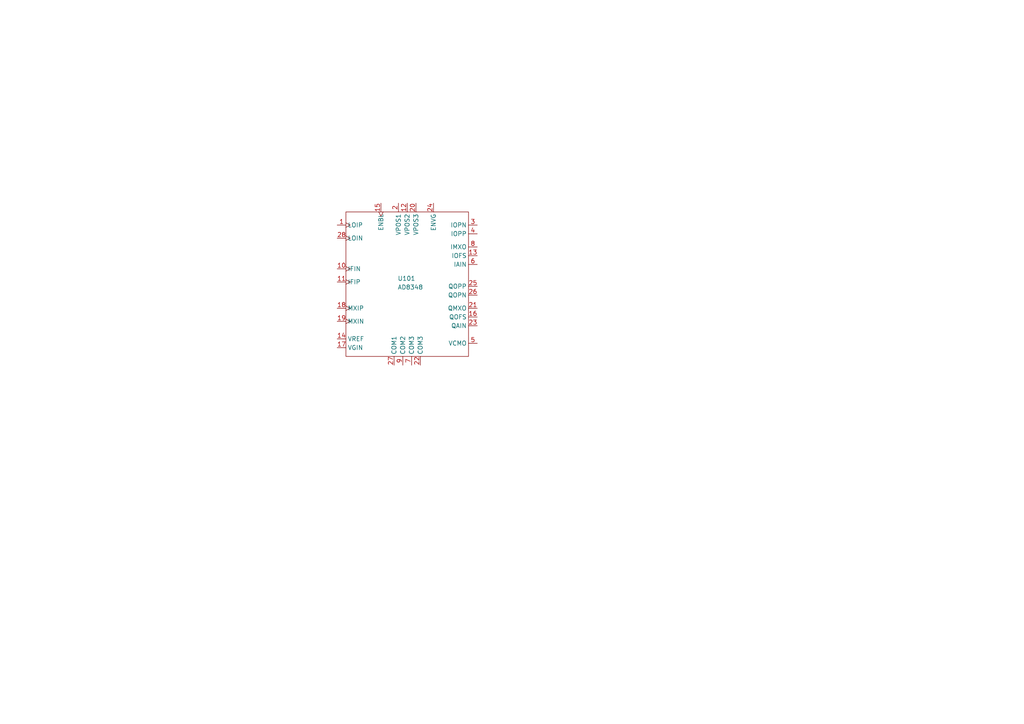
<source format=kicad_sch>
(kicad_sch (version 20220404) (generator eeschema)
  (paper "A4")
  (lib_symbols
    (symbol "N3B_RX:AD8348"
      (property "Reference" "U" (at 0 -3.81 0))
      (property "Value" "AD8348" (at 0 7.62 0))
      (symbol "AD8348_0_1"
        (rectangle (start -17.78 21.59) (end 17.78 -20.32))
      )
      (symbol "AD8348_1_1"
        (pin input clock (at -20.32 17.78 0) (length 2.54) (name "LOIP") (number "1"))
        (pin input clock (at -20.32 5.08 0) (length 2.54) (name "IFIN") (number "10"))
        (pin input clock (at -20.32 1.27 0) (length 2.54) (name "IFIP") (number "11"))
        (pin input line (at 0 24.13 270) (length 2.54) (name "VPOS2") (number "12"))
        (pin output line (at 20.32 8.89 180) (length 2.54) (name "IOFS") (number "13"))
        (pin output line (at -20.32 -15.24 0) (length 2.54) (name "VREF") (number "14"))
        (pin input clock (at -7.62 24.13 270) (length 2.54) (name "ENBL") (number "15"))
        (pin output line (at 20.32 -8.89 180) (length 2.54) (name "QOFS") (number "16"))
        (pin input line (at -20.32 -17.78 0) (length 2.54) (name "VGIN") (number "17"))
        (pin input clock (at -20.32 -6.35 0) (length 2.54) (name "MXIP") (number "18"))
        (pin input clock (at -20.32 -10.16 0) (length 2.54) (name "MXIN") (number "19"))
        (pin input line (at -2.54 24.13 270) (length 2.54) (name "VPOS1") (number "2"))
        (pin input line (at 2.54 24.13 270) (length 2.54) (name "VPOS3") (number "20"))
        (pin output line (at 20.32 -6.35 180) (length 2.54) (name "QMXO") (number "21"))
        (pin input line (at 3.81 -22.86 90) (length 2.54) (name "COM3") (number "22"))
        (pin input line (at 20.32 -11.43 180) (length 2.54) (name "QAIN") (number "23"))
        (pin input line (at 7.62 24.13 270) (length 2.54) (name "ENVG") (number "24"))
        (pin output line (at 20.32 0 180) (length 2.54) (name "QOPP") (number "25"))
        (pin output line (at 20.32 -2.54 180) (length 2.54) (name "QOPN") (number "26"))
        (pin input line (at -3.81 -22.86 90) (length 2.54) (name "COM1") (number "27"))
        (pin input clock (at -20.32 13.97 0) (length 2.54) (name "LOIN") (number "28"))
        (pin output line (at 20.32 17.78 180) (length 2.54) (name "IOPN") (number "3"))
        (pin output line (at 20.32 15.24 180) (length 2.54) (name "IOPP") (number "4"))
        (pin output line (at 20.32 -16.51 180) (length 2.54) (name "VCMO") (number "5"))
        (pin input line (at 20.32 6.35 180) (length 2.54) (name "IAIN") (number "6"))
        (pin input line (at 1.27 -22.86 90) (length 2.54) (name "COM3") (number "7"))
        (pin output line (at 20.32 11.43 180) (length 2.54) (name "IMXO") (number "8"))
        (pin input line (at -1.27 -22.86 90) (length 2.54) (name "COM2") (number "9"))
      )
    )
  )
  (symbol (lib_id "N3B_RX:AD8348") (at 118.11 83.058 0) (unit 1)
    (default_instance (reference "U") (unit 1) (value "AD8348") (footprint ""))
    (property "Reference" "U101" (at 115.316 80.772 0) (effects (justify left)))
    (property "Value" "AD8348" (at 115.316 83.312 0) (effects (justify left)))
  )
)
</source>
